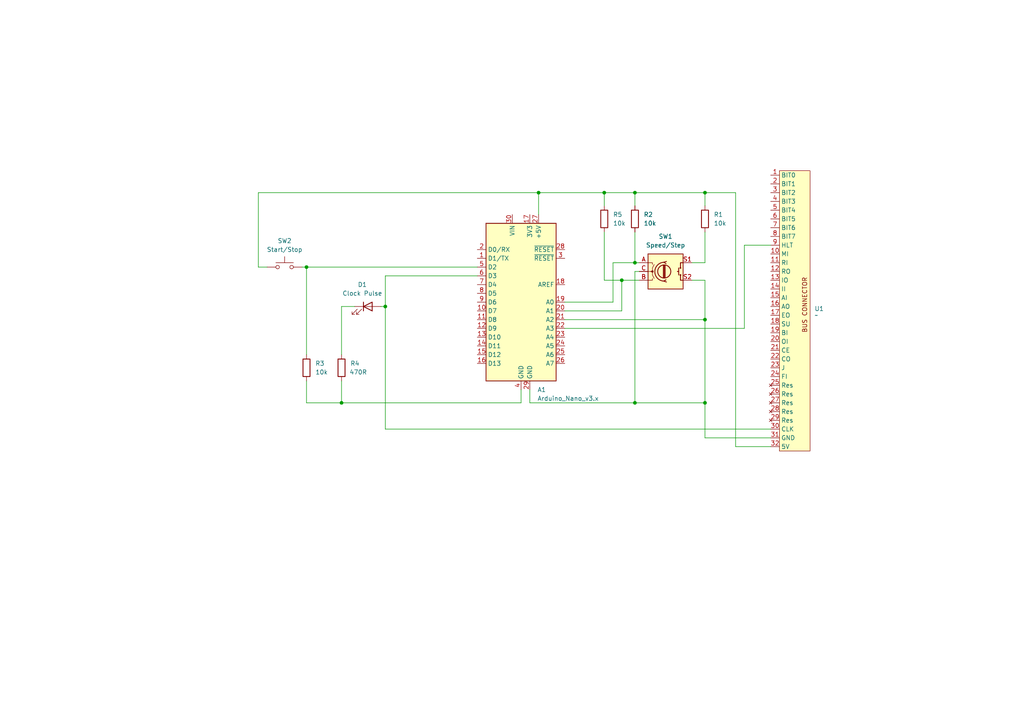
<source format=kicad_sch>
(kicad_sch (version 20231120) (generator "eeschema") (generator_version "8.0")
  (paper "A4")
  (lib_symbols
    (symbol "1_my_custom_symbol_library:PIN_HEADER_SINGLE_ROW"
      (property "Reference" "U" (at 0 -2.54 0))
      (symbol "PIN_HEADER_SINGLE_ROW_1_1"
        (rectangle (start 2.54 40.64) (end 11.43 -40.64) (fill (type background)))
        (text "BUS CONNECTOR" (at 9.906 1.778 900) (effects (font (size 1.27 1.27))))
        (pin bidirectional line (at 0 39.37 0) (length 2.54) (name "BIT0") (number "1"))
        (pin input line (at 0 16.51 0) (length 2.54) (name "MI") (number "10"))
        (pin input line (at 0 13.97 0) (length 2.54) (name "RI") (number "11"))
        (pin input line (at 0 11.43 0) (length 2.54) (name "RO") (number "12"))
        (pin input line (at 0 8.89 0) (length 2.54) (name "IO") (number "13"))
        (pin input line (at 0 6.35 0) (length 2.54) (name "II") (number "14"))
        (pin input line (at 0 3.81 0) (length 2.54) (name "AI") (number "15"))
        (pin input line (at 0 1.27 0) (length 2.54) (name "AO") (number "16"))
        (pin input line (at 0 -1.27 0) (length 2.54) (name "EO") (number "17"))
        (pin input line (at 0 -3.81 0) (length 2.54) (name "SU") (number "18"))
        (pin input line (at 0 -6.35 0) (length 2.54) (name "BI") (number "19"))
        (pin bidirectional line (at 0 36.83 0) (length 2.54) (name "BIT1") (number "2"))
        (pin input line (at 0 -8.89 0) (length 2.54) (name "OI") (number "20"))
        (pin input line (at 0 -11.43 0) (length 2.54) (name "CE") (number "21"))
        (pin input line (at 0 -13.97 0) (length 2.54) (name "CO") (number "22"))
        (pin input line (at 0 -16.51 0) (length 2.54) (name "J") (number "23"))
        (pin input line (at 0 -19.05 0) (length 2.54) (name "FI") (number "24"))
        (pin no_connect line (at 0 -21.59 0) (length 2.54) (name "Res") (number "25"))
        (pin no_connect line (at 0 -24.13 0) (length 2.54) (name "Res") (number "26"))
        (pin no_connect line (at 0 -26.67 0) (length 2.54) (name "Res") (number "27"))
        (pin no_connect line (at 0 -29.21 0) (length 2.54) (name "Res") (number "28"))
        (pin no_connect line (at 0 -31.75 0) (length 2.54) (name "Res") (number "29"))
        (pin bidirectional line (at 0 34.29 0) (length 2.54) (name "BIT2") (number "3"))
        (pin output line (at 0 -34.29 0) (length 2.54) (name "CLK") (number "30"))
        (pin power_out line (at 0 -36.83 0) (length 2.54) (name "GND") (number "31"))
        (pin power_out line (at 0 -39.37 0) (length 2.54) (name "5V") (number "32"))
        (pin bidirectional line (at 0 31.75 0) (length 2.54) (name "BIT3") (number "4"))
        (pin bidirectional line (at 0 29.21 0) (length 2.54) (name "BIT4") (number "5"))
        (pin bidirectional line (at 0 26.67 0) (length 2.54) (name "BIT5") (number "6"))
        (pin bidirectional line (at 0 24.13 0) (length 2.54) (name "BIT6") (number "7"))
        (pin bidirectional line (at 0 21.59 0) (length 2.54) (name "BIT7") (number "8"))
        (pin input line (at 0 19.05 0) (length 2.54) (name "HLT") (number "9"))
      )
    )
    (symbol "Device:LED" (pin_numbers hide) (pin_names (offset 1.016) hide)
      (property "Reference" "D" (at 0 2.54 0))
      (property "Value" "LED" (at 0 -2.54 0))
      (symbol "LED_0_1"
        (polyline (pts (xy -1.27 -1.27) (xy -1.27 1.27)) (stroke (width 0.254)))
        (polyline (pts (xy -1.27 0) (xy 1.27 0)))
        (polyline (pts (xy 1.27 -1.27) (xy 1.27 1.27) (xy -1.27 0) (xy 1.27 -1.27)) (stroke (width 0.254)))
        (polyline (pts (xy -3.048 -0.762) (xy -4.572 -2.286) (xy -3.81 -2.286) (xy -4.572 -2.286) (xy -4.572 -1.524)))
        (polyline (pts (xy -1.778 -0.762) (xy -3.302 -2.286) (xy -2.54 -2.286) (xy -3.302 -2.286) (xy -3.302 -1.524)))
      )
      (symbol "LED_1_1"
        (pin passive line (at -3.81 0 0) (length 2.54) (name "K") (number "1"))
        (pin passive line (at 3.81 0 180) (length 2.54) (name "A") (number "2"))
      )
    )
    (symbol "Device:R" (pin_numbers hide) (pin_names (offset 0))
      (property "Reference" "R" (at 2.032 0 90))
      (property "Value" "R" (at 0 0 90))
      (symbol "R_0_1"
        (rectangle (start -1.016 -2.54) (end 1.016 2.54) (stroke (width 0.254)))
      )
      (symbol "R_1_1"
        (pin passive line (at 0 3.81 270) (length 1.27) (name "~") (number "1"))
        (pin passive line (at 0 -3.81 90) (length 1.27) (name "~") (number "2"))
      )
    )
    (symbol "Device:RotaryEncoder_Switch" (pin_names (offset 0.254) hide)
      (property "Reference" "SW" (at 0 6.604 0))
      (property "Value" "RotaryEncoder_Switch" (at 0 -6.604 0))
      (symbol "RotaryEncoder_Switch_0_1"
        (rectangle (start -5.08 5.08) (end 5.08 -5.08) (stroke (width 0.254)) (fill (type background)))
        (circle (center -3.81 0) (radius 0.254) (fill (type outline)))
        (circle (center -0.381 0) (radius 1.905) (stroke (width 0.254)))
        (arc (start -0.381 2.667) (mid -3.0988 -0.0635) (end -0.381 -2.794) (stroke (width 0.254)))
        (polyline (pts (xy -0.635 -1.778) (xy -0.635 1.778)) (stroke (width 0.254)))
        (polyline (pts (xy -0.381 -1.778) (xy -0.381 1.778)) (stroke (width 0.254)))
        (polyline (pts (xy -0.127 1.778) (xy -0.127 -1.778)) (stroke (width 0.254)))
        (polyline (pts (xy 3.81 0) (xy 3.429 0)) (stroke (width 0.254)))
        (polyline (pts (xy 3.81 1.016) (xy 3.81 -1.016)) (stroke (width 0.254)))
        (polyline (pts (xy -5.08 -2.54) (xy -3.81 -2.54) (xy -3.81 -2.032)))
        (polyline (pts (xy -5.08 2.54) (xy -3.81 2.54) (xy -3.81 2.032)))
        (polyline (pts (xy 0.254 -3.048) (xy -0.508 -2.794) (xy 0.127 -2.413)) (stroke (width 0.254)))
        (polyline (pts (xy 0.254 2.921) (xy -0.508 2.667) (xy 0.127 2.286)) (stroke (width 0.254)))
        (polyline (pts (xy 5.08 -2.54) (xy 4.318 -2.54) (xy 4.318 -1.016)) (stroke (width 0.254)))
        (polyline (pts (xy 5.08 2.54) (xy 4.318 2.54) (xy 4.318 1.016)) (stroke (width 0.254)))
        (polyline (pts (xy -5.08 0) (xy -3.81 0) (xy -3.81 -1.016) (xy -3.302 -2.032)))
        (polyline (pts (xy -4.318 0) (xy -3.81 0) (xy -3.81 1.016) (xy -3.302 2.032)))
        (circle (center 4.318 -1.016) (radius 0.127) (stroke (width 0.254)))
        (circle (center 4.318 1.016) (radius 0.127) (stroke (width 0.254)))
      )
      (symbol "RotaryEncoder_Switch_1_1"
        (pin passive line (at -7.62 2.54 0) (length 2.54) (name "A") (number "A"))
        (pin passive line (at -7.62 -2.54 0) (length 2.54) (name "B") (number "B"))
        (pin passive line (at -7.62 0 0) (length 2.54) (name "C") (number "C"))
        (pin passive line (at 7.62 2.54 180) (length 2.54) (name "S1") (number "S1"))
        (pin passive line (at 7.62 -2.54 180) (length 2.54) (name "S2") (number "S2"))
      )
    )
    (symbol "MCU_Module:Arduino_Nano_v3.x"
      (property "Reference" "A" (at -10.16 23.495 0))
      (property "Value" "Arduino_Nano_v3.x" (at 5.08 -24.13 0))
      (symbol "Arduino_Nano_v3.x_0_1"
        (rectangle (start -10.16 22.86) (end 10.16 -22.86) (stroke (width 0.254)) (fill (type background)))
      )
      (symbol "Arduino_Nano_v3.x_1_1"
        (pin bidirectional line (at -12.7 12.7 0) (length 2.54) (name "D1/TX") (number "1"))
        (pin bidirectional line (at -12.7 -2.54 0) (length 2.54) (name "D7") (number "10"))
        (pin bidirectional line (at -12.7 -5.08 0) (length 2.54) (name "D8") (number "11"))
        (pin bidirectional line (at -12.7 -7.62 0) (length 2.54) (name "D9") (number "12"))
        (pin bidirectional line (at -12.7 -10.16 0) (length 2.54) (name "D10") (number "13"))
        (pin bidirectional line (at -12.7 -12.7 0) (length 2.54) (name "D11") (number "14"))
        (pin bidirectional line (at -12.7 -15.24 0) (length 2.54) (name "D12") (number "15"))
        (pin bidirectional line (at -12.7 -17.78 0) (length 2.54) (name "D13") (number "16"))
        (pin power_out line (at 2.54 25.4 270) (length 2.54) (name "3V3") (number "17"))
        (pin input line (at 12.7 5.08 180) (length 2.54) (name "AREF") (number "18"))
        (pin bidirectional line (at 12.7 0 180) (length 2.54) (name "A0") (number "19"))
        (pin bidirectional line (at -12.7 15.24 0) (length 2.54) (name "D0/RX") (number "2"))
        (pin bidirectional line (at 12.7 -2.54 180) (length 2.54) (name "A1") (number "20"))
        (pin bidirectional line (at 12.7 -5.08 180) (length 2.54) (name "A2") (number "21"))
        (pin bidirectional line (at 12.7 -7.62 180) (length 2.54) (name "A3") (number "22"))
        (pin bidirectional line (at 12.7 -10.16 180) (length 2.54) (name "A4") (number "23"))
        (pin bidirectional line (at 12.7 -12.7 180) (length 2.54) (name "A5") (number "24"))
        (pin bidirectional line (at 12.7 -15.24 180) (length 2.54) (name "A6") (number "25"))
        (pin bidirectional line (at 12.7 -17.78 180) (length 2.54) (name "A7") (number "26"))
        (pin power_out line (at 5.08 25.4 270) (length 2.54) (name "+5V") (number "27"))
        (pin input line (at 12.7 15.24 180) (length 2.54) (name "~{RESET}") (number "28"))
        (pin power_in line (at 2.54 -25.4 90) (length 2.54) (name "GND") (number "29"))
        (pin input line (at 12.7 12.7 180) (length 2.54) (name "~{RESET}") (number "3"))
        (pin power_in line (at -2.54 25.4 270) (length 2.54) (name "VIN") (number "30"))
        (pin power_in line (at 0 -25.4 90) (length 2.54) (name "GND") (number "4"))
        (pin bidirectional line (at -12.7 10.16 0) (length 2.54) (name "D2") (number "5"))
        (pin bidirectional line (at -12.7 7.62 0) (length 2.54) (name "D3") (number "6"))
        (pin bidirectional line (at -12.7 5.08 0) (length 2.54) (name "D4") (number "7"))
        (pin bidirectional line (at -12.7 2.54 0) (length 2.54) (name "D5") (number "8"))
        (pin bidirectional line (at -12.7 0 0) (length 2.54) (name "D6") (number "9"))
      )
    )
    (symbol "Switch:SW_Push" (pin_numbers hide) (pin_names (offset 1.016) hide)
      (property "Reference" "SW" (at 1.27 2.54 0))
      (property "Value" "SW_Push" (at 0 -1.524 0))
      (symbol "SW_Push_0_1"
        (circle (center -2.032 0) (radius 0.508))
        (polyline (pts (xy 0 1.27) (xy 0 3.048)))
        (polyline (pts (xy 2.54 1.27) (xy -2.54 1.27)))
        (circle (center 2.032 0) (radius 0.508))
        (pin passive line (at -5.08 0 0) (length 2.54) (name "1") (number "1"))
        (pin passive line (at 5.08 0 180) (length 2.54) (name "2") (number "2"))
      )
    )
  )
  (junction (at 99.06 116.84))
  (junction (at 184.15 55.88))
  (junction (at 204.47 116.84))
  (junction (at 204.47 92.71))
  (junction (at 184.15 76.2))
  (junction (at 184.15 116.84))
  (junction (at 180.34 81.28))
  (junction (at 111.76 88.9))
  (junction (at 204.47 55.88))
  (junction (at 175.26 55.88))
  (junction (at 156.21 55.88))
  (junction (at 88.9 77.47))
  (wire (pts (xy 156.21 55.88) (xy 74.93 55.88)))
  (wire (pts (xy 163.83 87.63) (xy 177.8 87.63)))
  (wire (pts (xy 102.87 88.9) (xy 99.06 88.9)))
  (wire (pts (xy 184.15 67.31) (xy 184.15 76.2)))
  (wire (pts (xy 184.15 78.74) (xy 184.15 116.84)))
  (wire (pts (xy 223.52 71.12) (xy 215.9 71.12)))
  (wire (pts (xy 175.26 55.88) (xy 156.21 55.88)))
  (wire (pts (xy 213.36 129.54) (xy 213.36 55.88)))
  (wire (pts (xy 177.8 76.2) (xy 184.15 76.2)))
  (wire (pts (xy 88.9 77.47) (xy 87.63 77.47)))
  (wire (pts (xy 200.66 81.28) (xy 204.47 81.28)))
  (wire (pts (xy 88.9 116.84) (xy 99.06 116.84)))
  (wire (pts (xy 153.67 116.84) (xy 184.15 116.84)))
  (wire (pts (xy 184.15 116.84) (xy 204.47 116.84)))
  (wire (pts (xy 185.42 78.74) (xy 184.15 78.74)))
  (wire (pts (xy 111.76 80.01) (xy 111.76 88.9)))
  (wire (pts (xy 200.66 76.2) (xy 204.47 76.2)))
  (wire (pts (xy 215.9 71.12) (xy 215.9 95.25)))
  (wire (pts (xy 204.47 67.31) (xy 204.47 76.2)))
  (wire (pts (xy 156.21 62.23) (xy 156.21 55.88)))
  (wire (pts (xy 99.06 110.49) (xy 99.06 116.84)))
  (wire (pts (xy 111.76 80.01) (xy 138.43 80.01)))
  (wire (pts (xy 111.76 88.9) (xy 110.49 88.9)))
  (wire (pts (xy 177.8 87.63) (xy 177.8 76.2)))
  (wire (pts (xy 88.9 77.47) (xy 138.43 77.47)))
  (wire (pts (xy 185.42 81.28) (xy 180.34 81.28)))
  (wire (pts (xy 223.52 127) (xy 204.47 127)))
  (wire (pts (xy 153.67 116.84) (xy 153.67 113.03)))
  (wire (pts (xy 163.83 92.71) (xy 204.47 92.71)))
  (wire (pts (xy 213.36 55.88) (xy 204.47 55.88)))
  (wire (pts (xy 204.47 92.71) (xy 204.47 116.84)))
  (wire (pts (xy 99.06 88.9) (xy 99.06 102.87)))
  (wire (pts (xy 180.34 81.28) (xy 180.34 90.17)))
  (wire (pts (xy 88.9 110.49) (xy 88.9 116.84)))
  (wire (pts (xy 184.15 76.2) (xy 185.42 76.2)))
  (wire (pts (xy 99.06 116.84) (xy 151.13 116.84)))
  (wire (pts (xy 175.26 81.28) (xy 175.26 67.31)))
  (wire (pts (xy 215.9 95.25) (xy 163.83 95.25)))
  (wire (pts (xy 175.26 55.88) (xy 175.26 59.69)))
  (wire (pts (xy 184.15 55.88) (xy 175.26 55.88)))
  (wire (pts (xy 151.13 113.03) (xy 151.13 116.84)))
  (wire (pts (xy 180.34 81.28) (xy 175.26 81.28)))
  (wire (pts (xy 163.83 90.17) (xy 180.34 90.17)))
  (wire (pts (xy 223.52 124.46) (xy 111.76 124.46)))
  (wire (pts (xy 88.9 77.47) (xy 88.9 102.87)))
  (wire (pts (xy 74.93 55.88) (xy 74.93 77.47)))
  (wire (pts (xy 204.47 55.88) (xy 204.47 59.69)))
  (wire (pts (xy 204.47 116.84) (xy 204.47 127)))
  (wire (pts (xy 223.52 129.54) (xy 213.36 129.54)))
  (wire (pts (xy 204.47 81.28) (xy 204.47 92.71)))
  (wire (pts (xy 184.15 55.88) (xy 184.15 59.69)))
  (wire (pts (xy 111.76 88.9) (xy 111.76 124.46)))
  (wire (pts (xy 77.47 77.47) (xy 74.93 77.47)))
  (wire (pts (xy 184.15 55.88) (xy 204.47 55.88)))
  (symbol (lib_id "MCU_Module:Arduino_Nano_v3.x") (at 151.13 87.63 0) (unit 1)
    (property "Reference" "A1" (at 155.8641 113.03 0) (effects (justify left)))
    (property "Value" "Arduino_Nano_v3.x" (at 155.8641 115.57 0) (effects (justify left)))
    (property "Footprint" "Module:Arduino_Nano" (effects (hide yes)))
    (property "Datasheet" "http://www.mouser.com/pdfdocs/Gravitech_Arduino_Nano3_0.pdf" (effects (hide yes)))
    (property "Description" "Arduino Nano v3.x" (effects (hide yes)))
  )
  (symbol (lib_id "Device:RotaryEncoder_Switch") (at 193.04 78.74 0) (unit 1)
    (property "Reference" "SW1" (at 193.04 68.58 0))
    (property "Value" "Speed/Step" (at 193.04 71.12 0))
    (property "Footprint" "Rotary_Encoder:RotaryEncoder_Alps_EC11E-Switch_Vertical_H20mm" (effects (hide yes)))
    (property "Description" "Rotary encoder, dual channel, incremental quadrate outputs, with switch" (effects (hide yes)))
  )
  (symbol (lib_id "Device:R") (at 184.15 63.5 0) (unit 1)
    (property "Reference" "R2" (at 186.69 62.2299 0) (effects (justify left)))
    (property "Value" "10k" (at 186.69 64.7699 0) (effects (justify left)))
    (property "Footprint" "Resistor_THT:R_Axial_DIN0204_L3.6mm_D1.6mm_P7.62mm_Horizontal" (effects (hide yes)))
    (property "Description" "Resistor" (effects (hide yes)))
  )
  (symbol (lib_id "Device:R") (at 99.06 106.68 0) (unit 1)
    (property "Reference" "R4" (at 101.6 105.4099 0) (effects (justify left)))
    (property "Value" "470R" (at 101.346 107.95 0) (effects (justify left)))
    (property "Footprint" "Resistor_THT:R_Axial_DIN0204_L3.6mm_D1.6mm_P7.62mm_Horizontal" (effects (hide yes)))
    (property "Description" "Resistor" (effects (hide yes)))
  )
  (symbol (lib_id "Device:R") (at 204.47 63.5 0) (unit 1)
    (property "Reference" "R1" (at 207.01 62.2299 0) (effects (justify left)))
    (property "Value" "10k" (at 207.01 64.7699 0) (effects (justify left)))
    (property "Footprint" "Resistor_THT:R_Axial_DIN0204_L3.6mm_D1.6mm_P7.62mm_Horizontal" (effects (hide yes)))
    (property "Description" "Resistor" (effects (hide yes)))
  )
  (symbol (lib_id "Device:LED") (at 106.68 88.9 0) (unit 1)
    (property "Reference" "D1" (at 105.0925 82.55 0))
    (property "Value" "Clock Pulse" (at 105.0925 85.09 0))
    (property "Footprint" "LED_THT:LED_D5.0mm_Horizontal_O6.35mm_Z15.0mm" (effects (hide yes)))
    (property "Description" "Light emitting diode" (effects (hide yes)))
  )
  (symbol (lib_id "Switch:SW_Push") (at 82.55 77.47 0) (unit 1)
    (property "Reference" "SW2" (at 82.55 69.85 0))
    (property "Value" "Start/Stop" (at 82.55 72.39 0))
    (property "Description" "Push button switch, generic, two pins" (effects (hide yes)))
  )
  (symbol (lib_id "1_my_custom_symbol_library:PIN_HEADER_SINGLE_ROW") (at 223.52 90.17 0) (unit 1)
    (property "Reference" "U1" (at 236.22 89.5349 0) (effects (justify left)))
    (property "Value" "~" (at 236.22 91.44 0) (effects (justify left)))
  )
  (symbol (lib_id "Device:R") (at 88.9 106.68 0) (unit 1)
    (property "Reference" "R3" (at 91.44 105.4099 0) (effects (justify left)))
    (property "Value" "10k" (at 91.44 107.9499 0) (effects (justify left)))
    (property "Footprint" "Resistor_THT:R_Axial_DIN0204_L3.6mm_D1.6mm_P7.62mm_Horizontal" (effects (hide yes)))
    (property "Description" "Resistor" (effects (hide yes)))
  )
  (symbol (lib_id "Device:R") (at 175.26 63.5 0) (unit 1)
    (property "Reference" "R5" (at 177.8 62.2299 0) (effects (justify left)))
    (property "Value" "10k" (at 177.8 64.7699 0) (effects (justify left)))
    (property "Footprint" "Resistor_THT:R_Axial_DIN0204_L3.6mm_D1.6mm_P7.62mm_Horizontal" (effects (hide yes)))
    (property "Description" "Resistor" (effects (hide yes)))
  )
)
</source>
